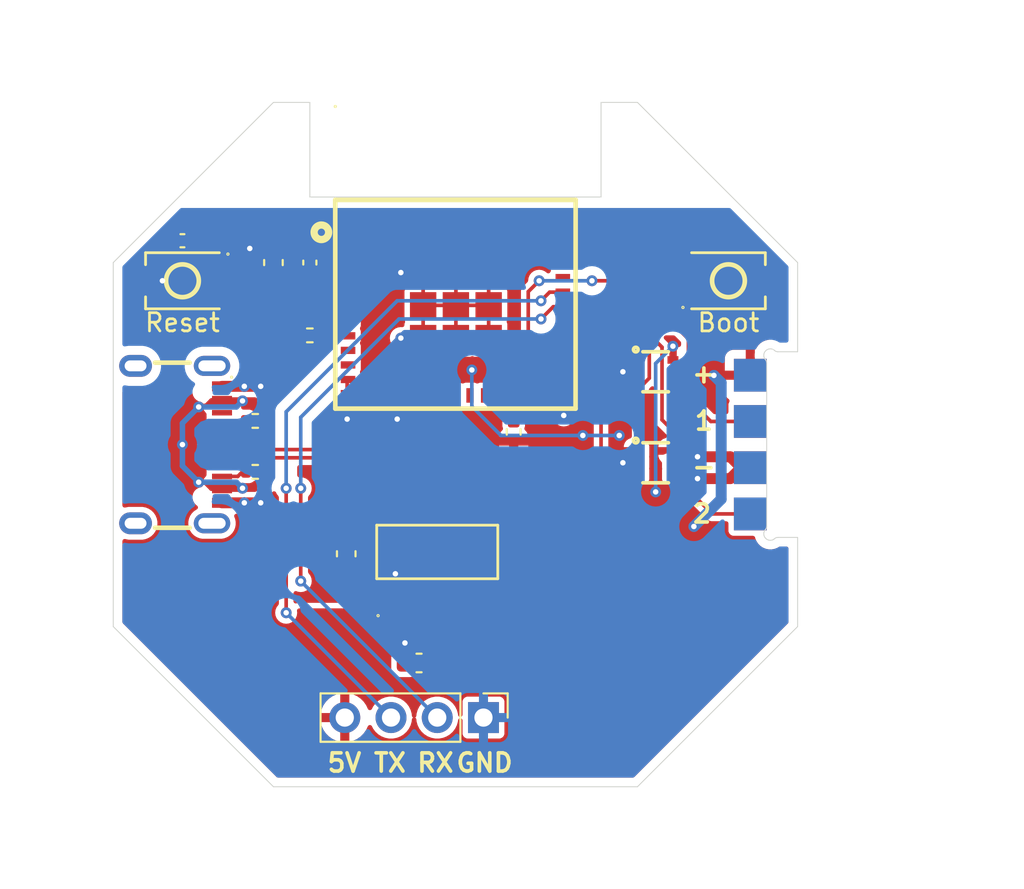
<source format=kicad_pcb>
(kicad_pcb (version 20240108) (generator "pcbnew") (generator_version "8.0")
  (layers (0 "F.Cu" signal) (31 "B.Cu" signal) (34 "B.Paste" user) (35 "F.Paste" user) (36 "B.SilkS" user "B.Silkscreen") (37 "F.SilkS" user "F.Silkscreen") (38 "B.Mask" user) (39 "F.Mask" user) (44 "Edge.Cuts" user))
  (net 0 "")
  (net 1 "GND")
  (net 2 "+5V")
  (net 3 "EN")
  (net 5 "+3.3V")
  (net 6 "TX")
  (net 7 "RX")
  (net 8 "IO8")
  (net 9 "PWR_USB_CC1")
  (net 10 "PWR_USB_CC2")
  (net 11 "/DataTop1_5V")
  (net 12 "/DataTop2_5V")
  (net 13 "IO9")
  (net 16 "DIR1")
  (net 21 "/DataTop1_3V3")
  (net 23 "DIR2")
  (net 26 "USB_D+")
  (net 27 "/DataTop2_3V3")
  (net 33 "USB_D-")
  (footprint "CustomFootprints:BidirectionalLogicLevelConverter" (layer "F.Cu") (at 143.9 91 180)
    (property "Reference" "U5" (hide yes))
    (property "Value" "BidirectionalLogicLevelShifter")
    (fp_line (start -0.7 1.1) (end 0.7 1.1) (stroke (width 0.2)) (layer "F.SilkS"))
    (fp_line (start -0.7 -1.1) (end 0.7 -1.1) (stroke (width 0.2)) (layer "F.SilkS"))
    (fp_arc (start 1.093472 1.094209) (mid 1.092182 1.344189) (end 1.090972 1.094209) (stroke (width 0.2)) (layer "F.SilkS"))
    (fp_circle (center 1.053442 1.099924) (end 1.083439 1.099924) (stroke (width 0.059995)) (fill none) (layer "F.SilkS"))
    (pad "1" smd rect (at 0.949962 0.649987 270) (size 0.41999 0.6) (layers "F.Cu" "F.Paste" "F.Mask") (net 5 "+3.3V"))
    (pad "2" smd rect (at 0.949962 0 270) (size 0.41999 0.6) (layers "F.Cu" "F.Paste" "F.Mask") (net 1 "GND"))
    (pad "3" smd rect (at 0.949962 -0.649987 270) (size 0.41999 0.6) (layers "F.Cu" "F.Paste" "F.Mask") (net 21 "/DataTop1_3V3"))
    (pad "4" smd rect (at -0.949962 -0.649987 90) (size 0.41999 0.6) (layers "F.Cu" "F.Paste" "F.Mask") (net 11 "/DataTop1_5V"))
    (pad "5" smd rect (at -0.949962 0 90) (size 0.41999 0.6) (layers "F.Cu" "F.Paste" "F.Mask") (net 16 "DIR1"))
    (pad "6" smd rect (at -0.949962 0.649987 90) (size 0.41999 0.6) (layers "F.Cu" "F.Paste" "F.Mask") (net 2 "+5V"))
  )
  (footprint "Capacitor_SMD:C_0603_1608Metric" (layer "F.Cu") (at 126.9 96 -90)
    (property "Reference" "C5" (hide yes))
    (property "Value" "10uF")
    (fp_line (start -0.14058 0.51) (end 0.14058 0.51) (stroke (width 0.12)) (layer "F.SilkS"))
    (fp_line (start -0.14058 -0.51) (end 0.14058 -0.51) (stroke (width 0.12)) (layer "F.SilkS"))
    (pad "1" smd roundrect (at -0.775 0 270) (size 0.9 0.95) (layers "F.Cu" "F.Paste" "F.Mask") (net 5 "+3.3V"))
    (pad "2" smd roundrect (at 0.775 0 270) (size 0.9 0.95) (layers "F.Cu" "F.Paste" "F.Mask") (net 1 "GND"))
  )
  (footprint "Capacitor_SMD:C_0603_1608Metric" (layer "F.Cu") (at 122.9 80 90)
    (property "Reference" "C2" (hide yes))
    (property "Value" "10uF")
    (fp_line (start -0.14058 -0.51) (end 0.14058 -0.51) (stroke (width 0.12)) (layer "F.SilkS"))
    (fp_line (start -0.14058 0.51) (end 0.14058 0.51) (stroke (width 0.12)) (layer "F.SilkS"))
    (pad "1" smd roundrect (at -0.775 0 90) (size 0.9 0.95) (layers "F.Cu" "F.Paste" "F.Mask") (net 5 "+3.3V"))
    (pad "2" smd roundrect (at 0.775 0 90) (size 0.9 0.95) (layers "F.Cu" "F.Paste" "F.Mask") (net 1 "GND"))
  )
  (footprint "Capacitor_SMD:C_0603_1608Metric" (layer "F.Cu") (at 130.9 102)
    (property "Reference" "C4" (hide yes))
    (property "Value" "10uF")
    (fp_line (start -0.14058 -0.51) (end 0.14058 -0.51) (stroke (width 0.12)) (layer "F.SilkS"))
    (fp_line (start -0.14058 0.51) (end 0.14058 0.51) (stroke (width 0.12)) (layer "F.SilkS"))
    (pad "1" smd roundrect (at -0.775 0) (size 0.9 0.95) (layers "F.Cu" "F.Paste" "F.Mask") (net 1 "GND"))
    (pad "2" smd roundrect (at 0.775 0) (size 0.9 0.95) (layers "F.Cu" "F.Paste" "F.Mask") (net 2 "+5V"))
  )
  (footprint "CustomFootprints:VoltageRegulator" (layer "F.Cu") (at 131.9 96 -90)
    (property "Reference" "U6" (hide yes))
    (property "Value" "LinearVoltageRegulator")
    (fp_line (start -1.571425 3.326213) (end -1.571425 -3.326213) (stroke (width 0.1524)) (layer "F.SilkS"))
    (fp_line (start 1.371374 3.326213) (end -1.571425 3.326213) (stroke (width 0.1524)) (layer "F.SilkS"))
    (fp_line (start -1.571425 -3.326213) (end 1.371374 -3.326213) (stroke (width 0.1524)) (layer "F.SilkS"))
    (fp_line (start 1.371374 -3.326213) (end 1.371374 3.326213) (stroke (width 0.1524)) (layer "F.SilkS"))
    (fp_circle (center 3.400102 3.249936) (end 3.430074 3.249936) (stroke (width 0.059995)) (fill none) (layer "F.SilkS"))
    (pad "1" smd rect (at 2.969952 2.299975 270) (size 2.5 1.1) (layers "F.Cu" "F.Paste" "F.Mask") (net 1 "GND"))
    (pad "2" smd rect (at 2.969952 0 270) (size 2.5 1.1) (layers "F.Cu" "F.Paste" "F.Mask") (net 5 "+3.3V"))
    (pad "3" smd rect (at 2.969952 -2.299975 270) (size 2.5 1.1) (layers "F.Cu" "F.Paste" "F.Mask") (net 2 "+5V"))
    (pad "4" smd rect (at -2.969977 0 270) (size 2.340005 3.6) (layers "F.Cu" "F.Paste" "F.Mask") (net 5 "+3.3V"))
  )
  (footprint "Resistor_SMD:R_0402_1005Metric" (layer "F.Cu") (at 121.9 91.5 180)
    (property "Reference" "R4" (hide yes))
    (property "Value" "5k1")
    (fp_line (start -0.153641 0.38) (end 0.153641 0.38) (stroke (width 0.12)) (layer "F.SilkS"))
    (fp_line (start -0.153641 -0.38) (end 0.153641 -0.38) (stroke (width 0.12)) (layer "F.SilkS"))
    (pad "1" smd roundrect (at -0.51 0 180) (size 0.54 0.64) (layers "F.Cu" "F.Paste" "F.Mask") (net 1 "GND"))
    (pad "2" smd roundrect (at 0.51 0 180) (size 0.54 0.64) (layers "F.Cu" "F.Paste" "F.Mask") (net 10 "PWR_USB_CC2"))
  )
  (footprint "CustomFootprints:01x04_PinPads" (layer "F.Cu") (at 149.1 90 -90)
    (property "Reference" "U9" (hide yes))
    (property "Value" "PinHeaderRight")
    (pad "" smd rect (at -3.81 0 270) (size 1.8 1.8) (layers "B.Cu" "B.Paste" "B.Mask"))
    (pad "" smd rect (at -1.27 0 270) (size 1.8 1.8) (layers "B.Cu" "B.Paste" "B.Mask"))
    (pad "" smd rect (at 1.27 0 270) (size 1.8 1.8) (layers "B.Cu" "B.Paste" "B.Mask"))
    (pad "" smd rect (at 3.81 0 270) (size 1.8 1.8) (layers "B.Cu" "B.Paste" "B.Mask"))
    (pad "1" smd rect (at -3.810008 0 270) (size 1.8 1.8) (layers "F.Cu" "F.Paste" "F.Mask") (net 2 "+5V"))
    (pad "2" smd rect (at -1.270003 0 270) (size 1.8 1.8) (layers "F.Cu" "F.Paste" "F.Mask") (net 12 "/DataTop2_5V"))
    (pad "3" smd rect (at 1.270003 0 270) (size 1.8 1.8) (layers "F.Cu" "F.Paste" "F.Mask") (net 1 "GND"))
    (pad "4" smd rect (at 3.810008 0 270) (size 1.8 1.8) (layers "F.Cu" "F.Paste" "F.Mask") (net 11 "/DataTop1_5V"))
  )
  (footprint "CustomFootprints:USB-C-SMD_TYPE-C-6PIN-2MD-073" (layer "F.Cu") (at 117.7 90 -90)
    (property "Reference" "U7" (hide yes))
    (property "Value" "USB-TypeC")
    (fp_line (start -4.5 1.3) (end -4.499924 -0.593904) (stroke (width 0.254)) (layer "F.SilkS"))
    (fp_line (start 4.572085 1.3) (end 4.572085 -0.597003) (stroke (width 0.254)) (layer "F.SilkS"))
    (fp_circle (center -3.7 -2.9) (end -3.670028 -2.9) (stroke (width 0.059995)) (fill none) (layer "F.SilkS"))
    (pad "" np_thru_hole circle (at -2.889891 -1.304928 270) (size 0.700025 0.700025) (drill 0.700025) (layers "*.Cu" "*.Mask" "In1.Cu" "In2.Cu" "In3.Cu" "In4.Cu" "In5.Cu" "In6.Cu" "In7.Cu" "In8.Cu" "In9.Cu" "In10.Cu" "In11.Cu" "In12.Cu" "In13.Cu" "In14.Cu" "In15.Cu" "In16.Cu" "In17.Cu" "In18.Cu" "In19.Cu" "In20.Cu" "In21.Cu" "In22.Cu" "In23.Cu" "In24.Cu" "In25.Cu" "In26.Cu" "In27.Cu" "In28.Cu" "In29.Cu" "In30.Cu"))
    (pad "" np_thru_hole circle (at 2.890145 -1.304928 270) (size 0.700025 0.700025) (drill 0.700025) (layers "*.Cu" "*.Mask" "In1.Cu" "In2.Cu" "In3.Cu" "In4.Cu" "In5.Cu" "In6.Cu" "In7.Cu" "In8.Cu" "In9.Cu" "In10.Cu" "In11.Cu" "In12.Cu" "In13.Cu" "In14.Cu" "In15.Cu" "In16.Cu" "In17.Cu" "In18.Cu" "In19.Cu" "In20.Cu" "In21.Cu" "In22.Cu" "In23.Cu" "In24.Cu" "In25.Cu" "In26.Cu" "In27.Cu" "In28.Cu" "In29.Cu" "In30.Cu"))
    (pad "1" smd rect (at -3.200025 -2.375032 270) (size 0.550013 1.1) (layers "F.Cu" "F.Paste" "F.Mask") (net 1 "GND"))
    (pad "2" smd rect (at -2.399924 -2.375032 270) (size 0.550013 1.1) (layers "F.Cu" "F.Paste" "F.Mask") (net 2 "+5V"))
    (pad "3" smd rect (at -1.749936 -2.375032 270) (size 0.3 1.1) (layers "F.Cu" "F.Paste" "F.Mask"))
    (pad "4" smd rect (at -1.249809 -2.375032 270) (size 0.3 1.1) (layers "F.Cu" "F.Paste" "F.Mask") (net 9 "PWR_USB_CC1"))
    (pad "5" smd rect (at -0.749936 -2.375032 270) (size 0.3 1.1) (layers "F.Cu" "F.Paste" "F.Mask") (net 33 "USB_D-"))
    (pad "6" smd rect (at -0.250064 -2.375032 270) (size 0.3 1.1) (layers "F.Cu" "F.Paste" "F.Mask") (net 26 "USB_D+"))
    (pad "7" smd rect (at 0.250064 -2.375032 270) (size 0.3 1.1) (layers "F.Cu" "F.Paste" "F.Mask") (net 33 "USB_D-"))
    (pad "8" smd rect (at 0.749936 -2.375032 270) (size 0.3 1.1) (layers "F.Cu" "F.Paste" "F.Mask") (net 26 "USB_D+"))
    (pad "9" smd rect (at 1.250064 -2.375032 270) (size 0.3 1.1) (layers "F.Cu" "F.Paste" "F.Mask"))
    (pad "10" smd rect (at 1.750191 -2.375032 270) (size 0.3 1.1) (layers "F.Cu" "F.Paste" "F.Mask") (net 10 "PWR_USB_CC2"))
    (pad "11" smd rect (at 2.400178 -2.375032 270) (size 0.550013 1.1) (layers "F.Cu" "F.Paste" "F.Mask") (net 2 "+5V"))
    (pad "12" smd rect (at 3.200025 -2.375032 270) (size 0.550013 1.1) (layers "F.Cu" "F.Paste" "F.Mask") (net 1 "GND"))
    (pad "13" thru_hole oval (at -4.324994 -1.825121 270) (size 1.1 2) (drill oval 0.6 1.5) (layers "*.Cu" "*.Mask" "In1.Cu" "In2.Cu" "In3.Cu" "In4.Cu" "In5.Cu" "In6.Cu" "In7.Cu" "In8.Cu" "In9.Cu" "In10.Cu" "In11.Cu" "In12.Cu" "In13.Cu" "In14.Cu" "In15.Cu" "In16.Cu" "In17.Cu" "In18.Cu" "In19.Cu" "In20.Cu" "In21.Cu" "In22.Cu" "In23.Cu" "In24.Cu" "In25.Cu" "In26.Cu" "In27.Cu" "In28.Cu" "In29.Cu" "In30.Cu"))
    (pad "13" thru_hole oval (at -4.324994 2.375032 270) (size 1.2 1.8) (drill oval 0.6 1.2) (layers "*.Cu" "*.Mask" "In1.Cu" "In2.Cu" "In3.Cu" "In4.Cu" "In5.Cu" "In6.Cu" "In7.Cu" "In8.Cu" "In9.Cu" "In10.Cu" "In11.Cu" "In12.Cu" "In13.Cu" "In14.Cu" "In15.Cu" "In16.Cu" "In17.Cu" "In18.Cu" "In19.Cu" "In20.Cu" "In21.Cu" "In22.Cu" "In23.Cu" "In24.Cu" "In25.Cu" "In26.Cu" "In27.Cu" "In28.Cu" "In29.Cu" "In30.Cu"))
    (pad "14" thru_hole oval (at 4.324994 -1.825121 270) (size 1.1 2) (drill oval 0.6 1.500025) (layers "*.Cu" "*.Mask" "In1.Cu" "In2.Cu" "In3.Cu" "In4.Cu" "In5.Cu" "In6.Cu" "In7.Cu" "In8.Cu" "In9.Cu" "In10.Cu" "In11.Cu" "In12.Cu" "In13.Cu" "In14.Cu" "In15.Cu" "In16.Cu" "In17.Cu" "In18.Cu" "In19.Cu" "In20.Cu" "In21.Cu" "In22.Cu" "In23.Cu" "In24.Cu" "In25.Cu" "In26.Cu" "In27.Cu" "In28.Cu" "In29.Cu" "In30.Cu"))
    (pad "14" thru_hole oval (at 4.324994 2.375032 270) (size 1.2 1.8) (drill oval 0.6 1.2) (layers "*.Cu" "*.Mask" "In1.Cu" "In2.Cu" "In3.Cu" "In4.Cu" "In5.Cu" "In6.Cu" "In7.Cu" "In8.Cu" "In9.Cu" "In10.Cu" "In11.Cu" "In12.Cu" "In13.Cu" "In14.Cu" "In15.Cu" "In16.Cu" "In17.Cu" "In18.Cu" "In19.Cu" "In20.Cu" "In21.Cu" "In22.Cu" "In23.Cu" "In24.Cu" "In25.Cu" "In26.Cu" "In27.Cu" "In28.Cu" "In29.Cu" "In30.Cu"))
  )
  (footprint "Resistor_SMD:R_0402_1005Metric" (layer "F.Cu") (at 136.1 89.3 -90)
    (property "Reference" "R2" (hide yes))
    (property "Value" "10k")
    (fp_line (start -0.153641 0.38) (end 0.153641 0.38) (stroke (width 0.12)) (layer "F.SilkS"))
    (fp_line (start -0.153641 -0.38) (end 0.153641 -0.38) (stroke (width 0.12)) (layer "F.SilkS"))
    (pad "1" smd roundrect (at -0.51 0 270) (size 0.54 0.64) (layers "F.Cu" "F.Paste" "F.Mask") (net 8 "IO8"))
    (pad "2" smd roundrect (at 0.51 0 270) (size 0.54 0.64) (layers "F.Cu" "F.Paste" "F.Mask") (net 5 "+3.3V"))
  )
  (footprint "PCM_kikit:Tab" (layer "F.Cu") (at 117.9 105 45)
    (property "Reference" "REF**" (hide yes))
    (property "Value" "Tab")
  )
  (footprint "CustomFootprints:BidirectionalLogicLevelConverter" (layer "F.Cu") (at 143.9 86 180)
    (property "Reference" "U8" (hide yes))
    (property "Value" "BidirectionalLogicLevelShifter")
    (fp_line (start -0.7 1.1) (end 0.7 1.1) (stroke (width 0.2)) (layer "F.SilkS"))
    (fp_line (start -0.7 -1.1) (end 0.7 -1.1) (stroke (width 0.2)) (layer "F.SilkS"))
    (fp_arc (start 1.093472 1.094209) (mid 1.092182 1.344189) (end 1.090972 1.094209) (stroke (width 0.2)) (layer "F.SilkS"))
    (fp_circle (center 1.053442 1.099924) (end 1.083439 1.099924) (stroke (width 0.059995)) (fill none) (layer "F.SilkS"))
    (pad "1" smd rect (at 0.949962 0.649987 270) (size 0.41999 0.6) (layers "F.Cu" "F.Paste" "F.Mask") (net 5 "+3.3V"))
    (pad "2" smd rect (at 0.949962 0 270) (size 0.41999 0.6) (layers "F.Cu" "F.Paste" "F.Mask") (net 1 "GND"))
    (pad "3" smd rect (at 0.949962 -0.649987 270) (size 0.41999 0.6) (layers "F.Cu" "F.Paste" "F.Mask") (net 27 "/DataTop2_3V3"))
    (pad "4" smd rect (at -0.949962 -0.649987 90) (size 0.41999 0.6) (layers "F.Cu" "F.Paste" "F.Mask") (net 12 "/DataTop2_5V"))
    (pad "5" smd rect (at -0.949962 0 90) (size 0.41999 0.6) (layers "F.Cu" "F.Paste" "F.Mask") (net 23 "DIR2"))
    (pad "6" smd rect (at -0.949962 0.649987 90) (size 0.41999 0.6) (layers "F.Cu" "F.Paste" "F.Mask") (net 2 "+5V"))
  )
  (footprint "PCM_kikit:Tab" (layer "F.Cu") (at 147.9 105 135)
    (property "Reference" "REF**" (hide yes))
    (property "Value" "Tab")
  )
  (footprint "Capacitor_SMD:C_0402_1005Metric" (layer "F.Cu") (at 124.9 80 90)
    (property "Reference" "C3" (hide yes))
    (property "Value" "10nF")
    (fp_line (start -0.107836 -0.36) (end 0.107836 -0.36) (stroke (width 0.12)) (layer "F.SilkS"))
    (fp_line (start -0.107836 0.36) (end 0.107836 0.36) (stroke (width 0.12)) (layer "F.SilkS"))
    (pad "1" smd roundrect (at -0.48 0 90) (size 0.56 0.62) (layers "F.Cu" "F.Paste" "F.Mask") (net 5 "+3.3V"))
    (pad "2" smd roundrect (at 0.48 0 90) (size 0.56 0.62) (layers "F.Cu" "F.Paste" "F.Mask") (net 1 "GND"))
  )
  (footprint "Resistor_SMD:R_0402_1005Metric" (layer "F.Cu") (at 124.9 84)
    (property "Reference" "R1" (hide yes))
    (property "Value" "10k")
    (fp_line (start -0.153641 -0.38) (end 0.153641 -0.38) (stroke (width 0.12)) (layer "F.SilkS"))
    (fp_line (start -0.153641 0.38) (end 0.153641 0.38) (stroke (width 0.12)) (layer "F.SilkS"))
    (pad "1" smd roundrect (at -0.51 0) (size 0.54 0.64) (layers "F.Cu" "F.Paste" "F.Mask") (net 5 "+3.3V"))
    (pad "2" smd roundrect (at 0.51 0) (size 0.54 0.64) (layers "F.Cu" "F.Paste" "F.Mask") (net 3 "EN"))
  )
  (footprint "CustomFootprints:Button" (layer "F.Cu") (at 117.9 81)
    (property "Reference" "U2" (hide yes))
    (property "Value" "Tactile-Switch")
    (fp_line (start -2.026213 -1.541199) (end -2.026213 -0.883211) (stroke (width 0.1524)) (layer "F.SilkS"))
    (fp_line (start -2.026213 1.541199) (end -2.026213 0.883211) (stroke (width 0.1524)) (layer "F.SilkS"))
    (fp_line (start 2.026213 -1.541199) (end -2.026213 -1.541199) (stroke (width 0.1524)) (layer "F.SilkS"))
    (fp_line (start 2.026213 1.541199) (end -2.026213 1.541199) (stroke (width 0.1524)) (layer "F.SilkS"))
    (fp_circle (center -0.000025 -0.000025) (end 0.899975 -0.000025) (stroke (width 0.254)) (fill none) (layer "F.SilkS"))
    (fp_circle (center 2.500127 -1.465075) (end 2.530099 -1.465075) (stroke (width 0.059995)) (fill none) (layer "F.SilkS"))
    (pad "1" smd rect (at -2.184912 0) (size 1.229997 1.359995) (layers "F.Cu" "F.Paste" "F.Mask") (net 1 "GND"))
    (pad "2" smd rect (at 2.184912 0) (size 1.229997 1.359995) (layers "F.Cu" "F.Paste" "F.Mask") (net 3 "EN"))
  )
  (footprint "PCM_kikit:Tab" (layer "F.Cu") (at 117.9 75 -45)
    (property "Reference" "REF**" (hide yes))
    (property "Value" "Tab")
  )
  (footprint "Capacitor_SMD:C_0402_1005Metric" (layer "F.Cu") (at 117.9 78.8 180)
    (property "Reference" "C1" (hide yes))
    (property "Value" "100nF-Ceramic")
    (fp_line (start -0.107836 0.36) (end 0.107836 0.36) (stroke (width 0.12)) (layer "F.SilkS"))
    (fp_line (start -0.107836 -0.36) (end 0.107836 -0.36) (stroke (width 0.12)) (layer "F.SilkS"))
    (pad "1" smd roundrect (at -0.48 0 180) (size 0.56 0.62) (layers "F.Cu" "F.Paste" "F.Mask") (net 3 "EN"))
    (pad "2" smd roundrect (at 0.48 0 180) (size 0.56 0.62) (layers "F.Cu" "F.Paste" "F.Mask") (net 1 "GND"))
  )
  (footprint "PCM_kikit:Tab" (layer "F.Cu") (at 147.9 75 -135)
    (property "Reference" "REF**" (hide yes))
    (property "Value" "Tab")
  )
  (footprint "CustomFootprints:ESP32C6-Mini-1-N4" (layer "F.Cu") (at 132.899898 82.399924)
    (property "Reference" "U4" (hide yes))
    (property "Value" "ESP32-C6-MINI-1-N4")
    (fp_line (start -6.604013 -5.841986) (end -6.600102 5.624841) (stroke (width 0.254)) (layer "F.SilkS"))
    (fp_line (start -6.604013 -5.841986) (end 6.604013 -5.841986) (stroke (width 0.254)) (layer "F.SilkS"))
    (fp_line (start -6.600102 5.624841) (end 6.600051 5.624841) (stroke (width 0.254)) (layer "F.SilkS"))
    (fp_line (start 6.600051 5.624841) (end 6.604013 -5.841986) (stroke (width 0.254)) (layer "F.SilkS"))
    (fp_circle (center -7.365913 -4.064008) (end -7.166015 -4.064008) (stroke (width 0.4)) (fill none) (layer "F.SilkS"))
    (fp_circle (center -6.600102 -10.975108) (end -6.57013 -10.975108) (stroke (width 0.059995)) (fill none) (layer "F.SilkS"))
    (pad "1" smd rect (at -5.900076 -3.975108) (size 0.8 0.4) (layers "F.Cu" "F.Paste" "F.Mask") (net 1 "GND"))
    (pad "2" smd rect (at -5.900076 -3.175006) (size 0.8 0.4) (layers "F.Cu" "F.Paste" "F.Mask") (net 1 "GND"))
    (pad "3" smd rect (at -5.900076 -2.374905) (size 0.8 0.4) (layers "F.Cu" "F.Paste" "F.Mask") (net 5 "+3.3V"))
    (pad "4" smd rect (at -5.900076 -1.575057) (size 0.8 0.4) (layers "F.Cu" "F.Paste" "F.Mask"))
    (pad "5" smd rect (at -5.900076 -0.774956) (size 0.8 0.4) (layers "F.Cu" "F.Paste" "F.Mask"))
    (pad "6" smd rect (at -5.900076 0.024892) (size 0.8 0.4) (layers "F.Cu" "F.Paste" "F.Mask"))
    (pad "7" smd rect (at -5.900076 0.824994) (size 0.8 0.4) (layers "F.Cu" "F.Paste" "F.Mask"))
    (pad "8" smd rect (at -5.900076 1.625095) (size 0.8 0.4) (layers "F.Cu" "F.Paste" "F.Mask") (net 3 "EN"))
    (pad "9" smd rect (at -5.900076 2.424943) (size 0.8 0.4) (layers "F.Cu" "F.Paste" "F.Mask"))
    (pad "10" smd rect (at -5.900076 3.225044) (size 0.8 0.4) (layers "F.Cu" "F.Paste" "F.Mask"))
    (pad "11" smd rect (at -5.900076 4.025146) (size 0.8 0.4) (layers "F.Cu" "F.Paste" "F.Mask") (net 1 "GND"))
    (pad "12" smd rect (at -4.8 4.899924 270) (size 0.8 0.4) (layers "F.Cu" "F.Paste" "F.Mask"))
    (pad "13" smd rect (at -4.000152 4.899924 270) (size 0.8 0.4) (layers "F.Cu" "F.Paste" "F.Mask"))
    (pad "14" smd rect (at -3.200051 4.899924 270) (size 0.8 0.4) (layers "F.Cu" "F.Paste" "F.Mask") (net 1 "GND"))
    (pad "15" smd rect (at -2.399949 4.899924 270) (size 0.8 0.4) (layers "F.Cu" "F.Paste" "F.Mask"))
    (pad "16" smd rect (at -1.600102 4.899924 270) (size 0.8 0.4) (layers "F.Cu" "F.Paste" "F.Mask"))
    (pad "17" smd rect (at -0.8 4.899924 270) (size 0.8 0.4) (layers "F.Cu" "F.Paste" "F.Mask") (net 33 "USB_D-"))
    (pad "18" smd rect (at -0.000152 4.899924 270) (size 0.8 0.4) (layers "F.Cu" "F.Paste" "F.Mask") (net 26 "USB_D+"))
    (pad "19" smd rect (at 0.799949 4.899924 270) (size 0.8 0.4) (layers "F.Cu" "F.Paste" "F.Mask"))
    (pad "20" smd rect (at 1.600051 4.899924 270) (size 0.8 0.4) (layers "F.Cu" "F.Paste" "F.Mask"))
    (pad "21" smd rect (at 2.399898 4.899924 270) (size 0.8 0.4) (layers "F.Cu" "F.Paste" "F.Mask"))
    (pad "22" smd rect (at 3.2 4.899924 270) (size 0.8 0.4) (layers "F.Cu" "F.Paste" "F.Mask") (net 8 "IO8"))
    (pad "23" smd rect (at 4.000102 4.899924 270) (size 0.8 0.4) (layers "F.Cu" "F.Paste" "F.Mask") (net 13 "IO9"))
    (pad "24" smd rect (at 4.799949 4.899924 270) (size 0.8 0.4) (layers "F.Cu" "F.Paste" "F.Mask"))
    (pad "25" smd rect (at 5.900025 4.025146) (size 0.8 0.4) (layers "F.Cu" "F.Paste" "F.Mask"))
    (pad "26" smd rect (at 5.900025 3.225044) (size 0.8 0.4) (layers "F.Cu" "F.Paste" "F.Mask") (net 21 "/DataTop1_3V3"))
    (pad "27" smd rect (at 5.900025 2.424943) (size 0.8 0.4) (layers "F.Cu" "F.Paste" "F.Mask") (net 27 "/DataTop2_3V3"))
    (pad "28" smd rect (at 5.900025 1.625095) (size 0.8 0.4) (layers "F.Cu" "F.Paste" "F.Mask") (net 16 "DIR1"))
    (pad "29" smd rect (at 5.900025 0.824994) (size 0.8 0.4) (layers "F.Cu" "F.Paste" "F.Mask") (net 23 "DIR2"))
    (pad "30" smd rect (at 5.900025 0.025146) (size 0.8 0.4) (layers "F.Cu" "F.Paste" "F.Mask") (net 7 "RX"))
    (pad "31" smd rect (at 5.900025 -0.774956) (size 0.8 0.4) (layers "F.Cu" "F.Paste" "F.Mask") (net 6 "TX"))
    (pad "32" smd rect (at 5.900025 -1.575057) (size 0.8 0.4) (layers "F.Cu" "F.Paste" "F.Mask"))
    (pad "33" smd rect (at 5.900025 -2.374905) (size 0.8 0.4) (layers "F.Cu" "F.Paste" "F.Mask"))
    (pad "34" smd rect (at 5.900025 -3.175006) (size 0.8 0.4) (layers "F.Cu" "F.Paste" "F.Mask"))
    (pad "35" smd rect (at 5.900025 -3.975108) (size 0.8 0.4) (layers "F.Cu" "F.Paste" "F.Mask"))
    (pad "36" smd rect (at 4.799949 -4.899924 270) (size 0.8 0.4) (layers "F.Cu" "F.Paste" "F.Mask") (net 1 "GND"))
    (pad "37" smd rect (at 4.000102 -4.899924 270) (size 0.8 0.4) (layers "F.Cu" "F.Paste" "F.Mask") (net 1 "GND"))
    (pad "38" smd rect (at 3.2 -4.899924 270) (size 0.8 0.4) (layers "F.Cu" "F.Paste" "F.Mask") (net 1 "GND"))
    (pad "39" smd rect (at 2.399898 -4.899924 270) (size 0.8 0.4) (layers "F.Cu" "F.Paste" "F.Mask") (net 1 "GND"))
    (pad "40" smd rect (at 1.600051 -4.899924 270) (size 0.8 0.4) (layers "F.Cu" "F.Paste" "F.Mask") (net 1 "GND"))
    (pad "41" smd rect (at 0.799949 -4.899924 270) (size 0.8 0.4) (layers "F.Cu" "F.Paste" "F.Mask") (net 1 "GND"))
    (pad "42" smd rect (at 0.000102 -4.899924 270) (size 0.8 0.4) (layers "F.Cu" "F.Paste" "F.Mask") (net 1 "GND"))
    (pad "43" smd rect (at -0.8 -4.899924 270) (size 0.8 0.4) (layers "F.Cu" "F.Paste" "F.Mask") (net 1 "GND"))
    (pad "44" smd rect (at -1.600102 -4.899924 270) (size 0.8 0.4) (layers "F.Cu" "F.Paste" "F.Mask") (net 1 "GND"))
    (pad "45" smd rect (at -2.399949 -4.899924 270) (size 0.8 0.4) (layers "F.Cu" "F.Paste" "F.Mask") (net 1 "GND"))
    (pad "46" smd rect (at -3.200051 -4.899924 270) (size 0.8 0.4) (layers "F.Cu" "F.Paste" "F.Mask") (net 1 "GND"))
    (pad "47" smd rect (at -3.999898 -4.899924 270) (size 0.8 0.4) (layers "F.Cu" "F.Paste" "F.Mask") (net 1 "GND"))
    (pad "48" smd rect (at -4.8 -4.899924 270) (size 0.8 0.4) (layers "F.Cu" "F.Paste" "F.Mask") (net 1 "GND"))
    (pad "49" smd rect (at -1.775108 -1.85014) (size 1.450013 1.450013) (layers "F.Cu" "F.Paste" "F.Mask") (net 1 "GND"))
    (pad "49" smd rect (at -1.775108 -0.050038) (size 1.450013 1.450013) (layers "F.Cu" "F.Paste" "F.Mask") (net 1 "GND"))
    (pad "49" smd rect (at -1.775108 1.749809) (size 1.450013 1.450013) (layers "F.Cu" "F.Paste" "F.Mask") (net 1 "GND"))
    (pad "49" smd rect (at 0.024994 -1.85014) (size 1.450013 1.450013) (layers "F.Cu" "F.Paste" "F.Mask") (net 1 "GND"))
    (pad "49" smd rect (at 0.024994 -0.050038) (size 1.450013 1.450013) (layers "F.Cu" "F.Paste" "F.Mask") (net 1 "GND"))
    (pad "49" smd rect (at 0.024994 1.749809) (size 1.450013 1.450013) (layers "F.Cu" "F.Paste" "F.Mask") (net 1 "GND"))
    (pad "49" smd rect (at 1.824841 -1.85014) (size 1.450013 1.450013) (layers "F.Cu" "F.Paste" "F.Mask") (net 1 "GND"))
    (pad "49" smd rect (at 1.824841 -0.050038) (size 1.450013 1.450013) (layers "F.Cu" "F.Paste" "F.Mask") (net 1 "GND"))
    (pad "49" smd rect (at 1.824841 1.749809) (size 1.450013 1.450013) (layers "F.Cu" "F.Paste" "F.Mask") (net 1 "GND"))
    (pad "50" smd rect (at 5.950064 -4.949962) (size 0.7 0.7) (layers "F.Cu" "F.Paste" "F.Mask") (net 1 "GND"))
    (pad "51" smd rect (at 5.950064 4.949962) (size 0.7 0.7) (layers "F.Cu" "F.Paste" "F.Mask") (net 1 "GND"))
    (pad "52" smd rect (at -5.950114 4.949962) (size 0.7 0.7) (layers "F.Cu" "F.Paste" "F.Mask") (net 1 "GND"))
    (pad "53" smd rect (at -5.950114 -4.949962) (size 0.7 0.7) (layers "F.Cu" "F.Paste" "F.Mask") (net 1 "GND"))
  )
  (footprint "Resistor_SMD:R_0402_1005Metric" (layer "F.Cu") (at 121.9 88.7 180)
    (property "Reference" "R3" (hide yes))
    (property "Value" "5k1")
    (fp_line (start -0.153641 0.38) (end 0.153641 0.38) (stroke (width 0.12)) (layer "F.SilkS"))
    (fp_line (start -0.153641 -0.38) (end 0.153641 -0.38) (stroke (width 0.12)) (layer "F.SilkS"))
    (pad "1" smd roundrect (at -0.51 0 180) (size 0.54 0.64) (layers "F.Cu" "F.Paste" "F.Mask") (net 1 "GND"))
    (pad "2" smd roundrect (at 0.51 0 180) (size 0.54 0.64) (layers "F.Cu" "F.Paste" "F.Mask") (net 9 "PWR_USB_CC1"))
  )
  (footprint "CustomFootprints:Button" (layer "F.Cu") (at 147.9 81 180)
    (property "Reference" "U3" (hide yes))
    (property "Value" "Tactile-Switch")
    (fp_line (start 2.026213 1.541199) (end -2.026213 1.541199) (stroke (width 0.1524)) (layer "F.SilkS"))
    (fp_line (start 2.026213 -1.541199) (end -2.026213 -1.541199) (stroke (width 0.1524)) (layer "F.SilkS"))
    (fp_line (start -2.026213 1.541199) (end -2.026213 0.883211) (stroke (width 0.1524)) (layer "F.SilkS"))
    (fp_line (start -2.026213 -1.541199) (end -2.026213 -0.883211) (stroke (width 0.1524)) (layer "F.SilkS"))
    (fp_circle (center 2.500127 -1.465075) (end 2.530099 -1.465075) (stroke (width 0.059995)) (fill none) (layer "F.SilkS"))
    (fp_circle (center -0.000025 -0.000025) (end 0.899975 -0.000025) (stroke (width 0.254)) (fill none) (layer "F.SilkS"))
    (pad "1" smd rect (at -2.184912 0 180) (size 1.229997 1.359995) (layers "F.Cu" "F.Paste" "F.Mask") (net 1 "GND"))
    (pad "2" smd rect (at 2.184912 0 180) (size 1.229997 1.359995) (layers "F.Cu" "F.Paste" "F.Mask") (net 13 "IO9"))
  )
  (footprint "Connector_PinHeader_2.54mm:PinHeader_1x04_P2.54mm_Vertical" (layer "F.Cu") (at 134.44 105 -90)
    (property "Reference" "J1" (hide yes))
    (property "Value" "Conn_01x03")
    (fp_line (start -1.33 8.95) (end 1.33 8.95) (stroke (width 0.12)) (layer "F.SilkS"))
    (fp_line (start -1.33 1.27) (end -1.33 8.95) (stroke (width 0.12)) (layer "F.SilkS"))
    (fp_line (start -1.33 1.27) (end 1.33 1.27) (stroke (width 0.12)) (layer "F.SilkS"))
    (fp_line (start 1.33 1.27) (end 1.33 8.95) (stroke (width 0.12)) (layer "F.SilkS"))
    (fp_line (start -1.33 0) (end -1.33 -1.33) (stroke (width 0.12)) (layer "F.SilkS"))
    (fp_line (start -1.33 -1.33) (end 0 -1.33) (stroke (width 0.12)) (layer "F.SilkS"))
    (pad "1" thru_hole rect (at 0 0 270) (size 1.7 1.7) (drill 1) (layers "*.Cu" "*.Mask" "In1.Cu" "In2.Cu" "In3.Cu" "In4.Cu" "In5.Cu" "In6.Cu" "In7.Cu" "In8.Cu" "In9.Cu" "In10.Cu" "In11.Cu" "In12.Cu" "In13.Cu" "In14.Cu" "In15.Cu" "In16.Cu" "In17.Cu" "In18.Cu" "In19.Cu" "In20.Cu" "In21.Cu" "In22.Cu" "In23.Cu" "In24.Cu" "In25.Cu" "In26.Cu" "In27.Cu" "In28.Cu" "In29.Cu" "In30.Cu") (net 1 "GND"))
    (pad "2" thru_hole oval (at 0 2.54 270) (size 1.7 1.7) (drill 1) (layers "*.Cu" "*.Mask" "In1.Cu" "In2.Cu" "In3.Cu" "In4.Cu" "In5.Cu" "In6.Cu" "In7.Cu" "In8.Cu" "In9.Cu" "In10.Cu" "In11.Cu" "In12.Cu" "In13.Cu" "In14.Cu" "In15.Cu" "In16.Cu" "In17.Cu" "In18.Cu" "In19.Cu" "In20.Cu" "In21.Cu" "In22.Cu" "In23.Cu" "In24.Cu" "In25.Cu" "In26.Cu" "In27.Cu" "In28.Cu" "In29.Cu" "In30.Cu") (net 7 "RX"))
    (pad "3" thru_hole oval (at 0 5.08 270) (size 1.7 1.7) (drill 1) (layers "*.Cu" "*.Mask" "In1.Cu" "In2.Cu" "In3.Cu" "In4.Cu" "In5.Cu" "In6.Cu" "In7.Cu" "In8.Cu" "In9.Cu" "In10.Cu" "In11.Cu" "In12.Cu" "In13.Cu" "In14.Cu" "In15.Cu" "In16.Cu" "In17.Cu" "In18.Cu" "In19.Cu" "In20.Cu" "In21.Cu" "In22.Cu" "In23.Cu" "In24.Cu" "In25.Cu" "In26.Cu" "In27.Cu" "In28.Cu" "In29.Cu" "In30.Cu") (net 6 "TX"))
    (pad "4" thru_hole oval (at 0 7.62 270) (size 1.7 1.7) (drill 1) (layers "*.Cu" "*.Mask" "In1.Cu" "In2.Cu" "In3.Cu" "In4.Cu" "In5.Cu" "In6.Cu" "In7.Cu" "In8.Cu" "In9.Cu" "In10.Cu" "In11.Cu" "In12.Cu" "In13.Cu" "In14.Cu" "In15.Cu" "In16.Cu" "In17.Cu" "In18.Cu" "In19.Cu" "In20.Cu" "In21.Cu" "In22.Cu" "In23.Cu" "In24.Cu" "In25.Cu" "In26.Cu" "In27.Cu" "In28.Cu" "In29.Cu" "In30.Cu") (net 2 "+5V"))
  )
  (gr_line (start 150.6 95.1) (end 151.7 95.1) (stroke (width 0.05)) (layer "Edge.Cuts"))
  (gr_line (start 124.9 76.4) (end 124.9 71.2) (stroke (width 0.05)) (layer "Edge.Cuts"))
  (gr_line (start 142.9 108.8) (end 122.9 108.8) (stroke (width 0.05)) (layer "Edge.Cuts"))
  (gr_line (start 122.9 71.2) (end 114.1 80) (stroke (width 0.05)) (layer "Edge.Cuts"))
  (gr_line (start 114.1 80) (end 114.1 100) (stroke (width 0.05)) (layer "Edge.Cuts"))
  (gr_line (start 151.7 84.9) (end 150.6 84.9) (stroke (width 0.05)) (layer "Edge.Cuts"))
  (gr_arc (start 150.4 95.2) (mid 150.490051 95.130101) (end 150.6 95.1) (stroke (width 0.05)) (layer "Edge.Cuts"))
  (gr_line (start 151.7 100) (end 151.7 95.1) (stroke (width 0.05)) (layer "Edge.Cuts"))
  (gr_line (start 142.9 108.8) (end 151.7 100) (stroke (width 0.05)) (layer "Edge.Cuts"))
  (gr_line (start 151.7 80) (end 151.7 84.9) (stroke (width 0.05)) (layer "Edge.Cuts"))
  (gr_line (start 122.9 71.2) (end 124.9 71.2) (stroke (width 0.05)) (layer "Edge.Cuts"))
  (gr_line (start 140.9 71.2) (end 140.9 76.4) (stroke (width 0.05)) (layer "Edge.Cuts"))
  (gr_line (start 140.9 76.4) (end 124.9 76.4) (stroke (width 0.05)) (layer "Edge.Cuts"))
  (gr_arc (start 149.9 85.3) (mid 149.969899 85.390051) (end 150 85.5) (stroke (width 0.05)) (layer "Edge.Cuts"))
  (gr_line (start 142.9 71.2) (end 140.9 71.2) (stroke (width 0.05)) (layer "Edge.Cuts"))
  (gr_line (start 151.7 80) (end 142.9 71.2) (stroke (width 0.05)) (layer "Edge.Cuts"))
  (gr_arc (start 150.4 95.2) (mid 149.946065 95.153935) (end 149.9 94.7) (stroke (width 0.05)) (layer "Edge.Cuts"))
  (gr_arc (start 150.6 84.9) (mid 150.490051 84.869897) (end 150.4 84.8) (stroke (width 0.05)) (layer "Edge.Cuts"))
  (gr_arc (start 150 94.5) (mid 149.969897 94.609949) (end 149.9 94.7) (stroke (width 0.05)) (layer "Edge.Cuts"))
  (gr_arc (start 149.9 85.3) (mid 149.946065 84.846065) (end 150.4 84.8) (stroke (width 0.05)) (layer "Edge.Cuts"))
  (gr_line (start 114.1 100) (end 122.9 108.8) (stroke (width 0.05)) (layer "Edge.Cuts"))
  (gr_line (start 150 85.5) (end 150 94.5) (stroke (width 0.05)) (layer "Edge.Cuts"))
  (gr_text "2" (at 146.45 93.8 0) (layer "F.SilkS") (effects (font (size 1 1) (thickness 0.2) (bold yes))))
  (gr_text "5V" (at 126.8 106.9 0) (layer "F.SilkS") (effects (font (size 1 1) (thickness 0.2) (bold yes)) (justify top)))
  (gr_text "-" (at 146.55 91.2 0) (layer "F.SilkS") (effects (font (size 1 1) (thickness 0.2) (bold yes))))
  (gr_text "Reset" (at 117.9 83.3 0) (layer "F.SilkS") (effects (font (size 1 1))))
  (gr_text "Boot" (at 147.9 83.3 0) (layer "F.SilkS") (effects (font (size 1 1))))
  (gr_text "GND" (at 134.5 106.9 0) (layer "F.SilkS") (effects (font (size 1 1) (thickness 0.2) (bold yes)) (justify top)))
  (gr_text "RX" (at 131.8 106.9 0) (layer "F.SilkS") (effects (font (size 1 1) (thickness 0.2) (bold yes)) (justify top)))
  (gr_text "+" (at 146.55 86.1 0) (layer "F.SilkS") (effects (font (size 1 1) (thickness 0.2) (bold yes))))
  (gr_text "TX" (at 129.3 106.9 0) (layer "F.SilkS") (effects (font (size 1 1) (thickness 0.2) (bold yes)) (justify top)))
  (gr_text "1" (at 146.55 88.7 0) (layer "F.SilkS") (effects (font (size 1 1) (thickness 0.2) (bold yes))))
  (segment (start 122.41 87.01) (end 122.41 88.5) (width 0.2) (layer "F.Cu") (net 1))
  (segment (start 129.9 84.149733) (end 131.12479 84.149733) (width 0.2) (layer "F.Cu") (net 1))
  (segment (start 148.6 91.270003) (end 148 90.670003) (width 0.6) (layer "F.Cu") (net 1))
  (segment (start 116.8 81) (end 117.42 80.38) (width 0.2) (layer "F.Cu") (net 1))
  (segment (start 132.924892 80.549784) (end 132.924892 84.149733) (width 0.2) (layer "F.Cu") (net 1))
  (segment (start 122.41 91.5) (end 122.41 92.99) (width 0.2) (layer "F.Cu") (net 1))
  (segment (start 126.949784 86.475108) (end 126.999822 86.42507) (width 0.2) (layer "F.Cu") (net 1))
  (segment (start 146.2 91.870003) (end 148 91.870003) (width 0.6) (layer "F.Cu") (net 1))
  (segment (start 150.084912 81) (end 146.534874 77.449962) (width 0.2) (layer "F.Cu") (net 1))
  (segment (start 137.824561 77.449962) (end 138.849962 77.449962) (width 0.2) (layer "F.Cu") (net 1))
  (segment (start 126.999822 79.224918) (end 125.195082 79.224918) (width 0.2) (layer "F.Cu") (net 1))
  (segment (start 142.950038 86) (end 142.1 86) (width 0.2) (layer "F.Cu") (net 1))
  (segment (start 122.41 92.99) (end 122.2 93.2) (width 0.2) (layer "F.Cu") (net 1))
  (segment (start 129.7 88.6) (end 129.699847 88.599847) (width 0.2) (layer "F.Cu") (net 1))
  (segment (start 121.299975 93.200025) (end 121.3 93.2) (width 0.6) (layer "F.Cu") (net 1))
  (segment (start 123.195 79.52) (end 122.9 79.225) (width 0.2) (layer "F.Cu") (net 1))
  (segment (start 122.2 86.8) (end 122.41 87.01) (width 0.2) (layer "F.Cu") (net 1))
  (segment (start 126.949784 77.449962) (end 138.849962 77.449962) (width 0.2) (layer "F.Cu") (net 1))
  (segment (start 129.600025 97.100025) (end 129.6 97.1) (width 0.6) (layer "F.Cu") (net 1))
  (segment (start 129.600025 98.969952) (end 129.600025 97.100025) (width 0.6) (layer "F.Cu") (net 1))
  (segment (start 126.999822 77.650038) (end 126.949784 77.6) (width 0.2) (layer "F.Cu") (net 1))
  (segment (start 131.12479 84.149733) (end 131.12479 80.549784) (width 0.2) (layer "F.Cu") (net 1))
  (segment (start 129.9 80.549784) (end 131.12479 80.549784) (width 0.2) (layer "F.Cu") (net 1))
  (segment (start 117.42 80.38) (end 117.42 78.8) (width 0.2) (layer "F.Cu") (net 1))
  (segment (start 148 90.670003) (end 146.2 90.670003) (width 0.6) (layer "F.Cu") (net 1))
  (segment (start 124.9 79.52) (end 123.195 79.52) (width 0.2) (layer "F.Cu") (net 1))
  (segment (start 122.2 86.8) (end 121.3 86.8) (width 0.6) (layer "F.Cu") (net 1))
  (segment (start 116.8 81) (end 115.715088 81) (width 0.2) (layer "F.Cu") (net 1))
  (segment (start 126.949784 87.349886) (end 126.949784 86.475108) (width 0.2) (layer "F.Cu") (net 1))
  (segment (start 121.3 93.2) (end 122.2 93.2) (width 0.6) (layer "F.Cu") (net 1))
  (segment (start 142.950038 91) (end 142.1 91) (width 0.2) (layer "F.Cu") (net 1))
  (segment (start 126.949784 88.6) (end 126.949784 87.349886) (width 0.2) (layer "F.Cu") (net 1))
  (segment (start 125.195082 79.224918) (end 124.9 79.52) (width 0.2) (layer "F.Cu") (net 1))
  (segment (start 131.12479 82.349886) (end 134.724739 82.349886) (width 0.2) (layer "F.Cu") (net 1))
  (segment (start 134.724739 80.549784) (end 134.724739 84.149733) (width 0.2) (layer "F.Cu") (net 1))
  (segment (start 121.6 79.225) (end 122.9 79.225) (width 0.2) (layer "F.Cu") (net 1))
  (segment (start 129.799924 79.224918) (end 131.12479 80.549784) (width 0.2) (layer "F.Cu") (net 1))
  (segment (start 120.075032 93.200025) (end 121.299975 93.200025) (width 0.6) (layer "F.Cu") (net 1))
  (segment (start 121.3 86.8) (end 121.299975 86.799975) (width 0.6) (layer "F.Cu") (net 1))
  (segment (start 129.094952 98.969952) (end 129.600025 98.969952) (width 0.2) (layer "F.Cu") (net 1))
  (segment (start 131.12479 80.549784) (end 134.724739 80.549784) (width 0.2) (layer "F.Cu") (net 1))
  (segment (start 121.299975 86.799975) (end 120.075032 86.799975) (width 0.6) (layer "F.Cu") (net 1))
  (segment (start 126.9 96.775) (end 129.094952 98.969952) (width 0.2) (layer "F.Cu") (net 1))
  (segment (start 126.999822 79.224918) (end 129.799924 79.224918) (width 0.2) (layer "F.Cu") (net 1))
  (segment (start 126.999822 79.224918) (end 126.999822 77.650038) (width 0.2) (layer "F.Cu") (net 1))
  (segment (start 148 91.870003) (end 148.6 91.270003) (width 0.6) (layer "F.Cu") (net 1))
  (segment (start 146.534874 77.449962) (end 138.849962 77.449962) (width 0.2) (layer "F.Cu") (net 1))
  (segment (start 129.699847 88.599847) (end 129.699847 87.299848) (width 0.2) (layer "F.Cu") (net 1))
  (segment (start 134.724739 80.549784) (end 137.824561 77.449962) (width 0.2) (layer "F.Cu") (net 1))
  (segment (start 130.125 100.9) (end 130.125 102) (width 0.2) (layer "F.Cu") (net 1))
  (segment (start 134.724739 84.149733) (end 131.12479 84.149733) (width 0.2) (layer "F.Cu") (net 1))
  (segment (start 138.849962 88.4) (end 138.849962 87.349886) (width 0.2) (layer "F.Cu") (net 1))
  (via (at 130.125 100.9) (size 0.6) (drill 0.3) (layers "F.Cu" "B.Cu") (net 1))
  (via (at 121.6 79.225) (size 0.6) (drill 0.3) (layers "F.Cu" "B.Cu") (net 1))
  (via (at 121.3 93.2) (size 0.6) (drill 0.3) (layers "F.Cu" "B.Cu") (net 1))
  (via (at 129.9 84.149733) (size 0.6) (drill 0.3) (layers "F.Cu" "B.Cu") (net 1))
  (via (at 116.8 81) (size 0.6) (drill 0.3) (layers "F.Cu" "B.Cu") (net 1))
  (via (at 122.2 93.2) (size 0.6) (drill 0.3) (layers "F.Cu" "B.Cu") (net 1))
  (via (at 146.2 91.870003) (size 0.6) (drill 0.3) (layers "F.Cu" "B.Cu") (net 1))
  (via (at 122.2 86.8) (size 0.6) (drill 0.3) (layers "F.Cu" "B.Cu") (net 1))
  (via (at 129.6 97.1) (size 0.6) (drill 0.3) (layers "F.Cu" "B.Cu") (net 1))
  (via (at 129.9 80.549784) (size 0.6) (drill 0.3) (layers "F.Cu" "B.Cu") (net 1))
  (via (at 142.1 86) (size 0.6) (drill 0.3) (layers "F.Cu" "B.Cu") (net 1))
  (via (at 142.1 91) (size 0.6) (drill 0.3) (layers "F.Cu" "B.Cu") (net 1))
  (via (at 138.849962 88.4) (size 0.6) (drill 0.3) (layers "F.Cu" "B.Cu") (net 1))
  (via (at 146.2 90.670003) (size 0.6) (drill 0.3) (layers "F.Cu" "B.Cu") (net 1))
  (via (at 121.3 86.8) (size 0.6) (drill 0.3) (layers "F.Cu" "B.Cu") (net 1))
  (via (at 126.949784 88.6) (size 0.6) (drill 0.3) (layers "F.Cu" "B.Cu") (net 1))
  (via (at 129.7 88.6) (size 0.6) (drill 0.3) (layers "F.Cu" "B.Cu") (net 1))
  (segment (start 119.504929 87.600076) (end 119.205005 87.9) (width 0.3) (layer "F.Cu") (net 2))
  (segment (start 119.205005 87.9) (end 118.8 87.9) (width 0.3) (layer "F.Cu") (net 2))
  (segment (start 120.075032 87.600076) (end 119.504929 87.600076) (width 0.3) (layer "F.Cu") (net 2))
  (segment (start 119.172105 92.067354) (end 118.791533 92.067354) (width 0.3) (layer "F.Cu") (net 2))
  (segment (start 120.075032 92.400178) (end 119.504929 92.400178) (width 0.3) (layer "F.Cu") (net 2))
  (segment (start 120.075032 92.400178) (end 121.199822 92.400178) (width 0.3) (layer "F.Cu") (net 2))
  (segment (start 119.504929 92.400178) (end 119.172105 92.067354) (width 0.3) (layer "F.Cu") (net 2))
  (segment (start 120.075032 87.600076) (end 121.199924 87.600076) (width 0.3) (layer "F.Cu") (net 2))
  (segment (start 144.849962 84.598145) (end 144.847502 84.595685) (width 0.2) (layer "F.Cu") (net 2))
  (segment (start 144.849962 85.350013) (end 144.849962 84.598145) (width 0.2) (layer "F.Cu") (net 2))
  (segment (start 121.199822 92.400178) (end 121.2 92.4) (width 0.3) (layer "F.Cu") (net 2))
  (segment (start 121.199924 87.600076) (end 121.2 87.6) (width 0.3) (layer "F.Cu") (net 2))
  (via (at 117.9 90) (size 0.6) (drill 0.3) (layers "F.Cu" "B.Cu") (net 2))
  (via (at 147.1 86.2) (size 0.6) (drill 0.3) (layers "F.Cu" "B.Cu") (net 2))
  (via (at 146 94.5) (size 0.6) (drill 0.3) (layers "F.Cu" "B.Cu") (net 2))
  (via (at 121.2 92.4) (size 0.6) (drill 0.3) (layers "F.Cu" "B.Cu") (net 2))
  (via (at 118.791533 92.067354) (size 0.6) (drill 0.3) (layers "F.Cu" "B.Cu") (net 2))
  (via (at 144.847502 84.595685) (size 0.6) (drill 0.3) (layers "F.Cu" "B.Cu") (net 2))
  (via (at 143.9 92.6) (size 0.6) (drill 0.3) (layers "F.Cu" "B.Cu") (net 2))
  (via (at 121.2 87.6) (size 0.6) (drill 0.3) (layers "F.Cu" "B.Cu") (net 2))
  (via (at 118.791469 87.932884) (size 0.6) (drill 0.3) (layers "F.Cu" "B.Cu") (net 2))
  (segment (start 118.791469 87.932884) (end 117.9 88.824353) (width 0.3) (layer "B.Cu") (net 2))
  (segment (start 117.9 91.175821) (end 118.791533 92.067354) (width 0.3) (layer "B.Cu") (net 2))
  (segment (start 117.9 90) (end 117.9 91.175821) (width 0.3) (layer "B.Cu") (net 2))
  (segment (start 143.9 85.543187) (end 143.9 92.6) (width 0.2) (layer "B.Cu") (net 2))
  (segment (start 144.847502 84.595685) (end 143.9 85.543187) (width 0.2) (layer "B.Cu") (net 2))
  (segment (start 146 94.5) (end 147.5 93) (width 0.6) (layer "B.Cu") (net 2))
  (segment (start 121.2 87.6) (end 120.867116 87.932884) (width 0.3) (layer "B.Cu") (net 2))
  (segment (start 120.867116 87.932884) (end 118.791469 87.932884) (width 0.3) (layer "B.Cu") (net 2))
  (segment (start 121.2 92.4) (end 120.867354 92.067354) (width 0.3) (layer "B.Cu") (net 2))
  (segment (start 147.5 86.6) (end 147.1 86.2) (width 0.6) (layer "B.Cu") (net 2))
  (segment (start 147.5 93) (end 147.5 86.6) (width 0.6) (layer "B.Cu") (net 2))
  (segment (start 120.867354 92.067354) (end 118.791533 92.067354) (width 0.3) (layer "B.Cu") (net 2))
  (segment (start 117.9 88.824353) (end 117.9 90) (width 0.3) (layer "B.Cu") (net 2))
  (segment (start 120.084912 80.504912) (end 118.38 78.8) (width 0.2) (layer "F.Cu") (net 3))
  (segment (start 126.974803 84) (end 126.999822 84.025019) (width 0.2) (layer "F.Cu") (net 3))
  (segment (start 120.084912 81) (end 120.084912 80.504912) (width 0.2) (layer "F.Cu") (net 3))
  (segment (start 120.084912 81) (end 120.084912 81.395088) (width 0.2) (layer "F.Cu") (net 3))
  (segment (start 124.5 85.7) (end 125.41 84.79) (width 0.2) (layer "F.Cu") (net 3))
  (segment (start 120.084912 81) (end 120.084912 83.484912) (width 0.2) (layer "F.Cu") (net 3))
  (segment (start 125.41 84.79) (end 125.41 84) (width 0.2) (layer "F.Cu") (net 3))
  (segment (start 120.084912 83.484912) (end 122.3 85.7) (width 0.2) (layer "F.Cu") (net 3))
  (segment (start 125.41 84) (end 126.974803 84) (width 0.2) (layer "F.Cu") (net 3))
  (segment (start 122.3 85.7) (end 124.5 85.7) (width 0.2) (layer "F.Cu") (net 3))
  (segment (start 124.9 80.48) (end 123.195 80.48) (width 0.2) (layer "F.Cu") (net 5))
  (segment (start 142.950038 85.350013) (end 141.649987 85.350013) (width 0.2) (layer "F.Cu") (net 5))
  (segment (start 123.195 80.48) (end 122.9 80.775) (width 0.2) (layer "F.Cu") (net 5))
  (via (at 133.8 85.9) (size 0.6) (drill 0.3) (layers "F.Cu" "B.Cu") (net 5))
  (via (at 141.9 89.5) (size 0.6) (drill 0.3) (layers "F.Cu" "B.Cu") (net 5))
  (via (at 139.9 89.5) (size 0.6) (drill 0.3) (layers "F.Cu" "B.Cu") (net 5))
  (segment (start 139.9 89.5) (end 135.4 89.5) (width 0.2) (layer "B.Cu") (net 5))
  (segment (start 139.9 89.5) (end 141.9 89.5) (width 0.2) (layer "B.Cu") (net 5))
  (segment (start 135.4 89.5) (end 133.8 87.9) (width 0.2) (layer "B.Cu") (net 5))
  (segment (start 133.8 87.9) (end 133.8 85.9) (width 0.2) (layer "B.Cu") (net 5))
  (segment (start 138.075032 81.624968) (end 137.6 82.1) (width 0.2) (layer "F.Cu") (net 6))
  (segment (start 138.799923 81.624968) (end 138.075032 81.624968) (width 0.2) (layer "F.Cu") (net 6))
  (segment (start 123.6 92.4) (end 123.6 99.24) (width 0.2) (layer "F.Cu") (net 6))
  (via (at 123.6 99.24) (size 0.6) (drill 0.3) (layers "F.Cu" "B.Cu") (net 6))
  (via (at 123.6 92.4) (size 0.6) (drill 0.3) (layers "F.Cu" "B.Cu") (net 6))
  (via (at 137.6 82.1) (size 0.6) (drill 0.3) (layers "F.Cu" "B.Cu") (net 6))
  (segment (start 123.6 99.24) (end 129.36 105) (width 0.2) (layer "B.Cu") (net 6))
  (segment (start 123.6 88.2) (end 129.7 82.1) (width 0.2) (layer "B.Cu") (net 6))
  (segment (start 123.6 92.4) (end 123.6 88.2) (width 0.2) (layer "B.Cu") (net 6))
  (segment (start 129.7 82.1) (end 137.6 82.1) (width 0.2) (layer "B.Cu") (net 6))
  (segment (start 124.4 92.4) (end 124.4 97.5) (width 0.2) (layer "F.Cu") (net 7))
  (segment (start 138.27493 82.42507) (end 137.6 83.1) (width 0.2) (layer "F.Cu") (net 7))
  (segment (start 138.799923 82.42507) (end 138.27493 82.42507) (width 0.2) (layer "F.Cu") (net 7))
  (via (at 124.4 92.4) (size 0.6) (drill 0.3) (layers "F.Cu" "B.Cu") (net 7))
  (via (at 137.6 83.1) (size 0.6) (drill 0.3) (layers "F.Cu" "B.Cu") (net 7))
  (via (at 124.4 97.5) (size 0.6) (drill 0.3) (layers "F.Cu" "B.Cu") (net 7))
  (segment (start 124.4 92.4) (end 124.4 88.5) (width 0.2) (layer "B.Cu") (net 7))
  (segment (start 124.4 97.5) (end 131.9 105) (width 0.2) (layer "B.Cu") (net 7))
  (segment (start 124.4 88.5) (end 129.8 83.1) (width 0.2) (layer "B.Cu") (net 7))
  (segment (start 129.8 83.1) (end 137.6 83.1) (width 0.2) (layer "B.Cu") (net 7))
  (segment (start 136.099898 87.299848) (end 136.099898 88.789898) (width 0.2) (layer "F.Cu") (net 8))
  (segment (start 136.099898 88.789898) (end 136.1 88.79) (width 0.2) (layer "F.Cu") (net 8))
  (segment (start 121.139809 88.750191) (end 121.39 88.5) (width 0.2) (layer "F.Cu") (net 9))
  (segment (start 120.075032 88.750191) (end 121.139809 88.750191) (width 0.2) (layer "F.Cu") (net 9))
  (segment (start 120.075032 91.750191) (end 120.939809 91.750191) (width 0.2) (layer "F.Cu") (net 10))
  (segment (start 120.939809 91.750191) (end 121.19 91.5) (width 0.2) (layer "F.Cu") (net 10))
  (segment (start 147.009983 93.810008) (end 144.849962 91.649987) (width 0.2) (layer "F.Cu") (net 11))
  (segment (start 149.1 93.810008) (end 147.009983 93.810008) (width 0.2) (layer "F.Cu") (net 11))
  (segment (start 149.1 88.729997) (end 146.929972 88.729997) (width 0.2) (layer "F.Cu") (net 12))
  (segment (start 146.929972 88.729997) (end 144.849962 86.649987) (width 0.2) (layer "F.Cu") (net 12))
  (segment (start 137.5 81) (end 136.9 81.6) (width 0.2) (layer "F.Cu") (net 13))
  (segment (start 140.4 81) (end 145.715088 81) (width 0.2) (layer "F.Cu") (net 13))
  (segment (start 136.9 81.6) (end 136.9 87.299848) (width 0.2) (layer "F.Cu") (net 13))
  (via (at 140.4 81) (size 0.6) (drill 0.3) (layers "F.Cu" "B.Cu") (net 13))
  (via (at 137.5 81) (size 0.6) (drill 0.3) (layers "F.Cu" "B.Cu") (net 13))
  (segment (start 137.5 81) (end 140.4 81) (width 0.2) (layer "B.Cu") (net 13))
  (segment (start 145.5 90.849962) (end 145.349962 91) (width 0.2) (layer "F.Cu") (net 16))
  (segment (start 138.799923 84.025019) (end 143.625019 84.025019) (width 0.2) (layer "F.Cu") (net 16))
  (segment (start 144.249962 88.640018) (end 145.5 89.890056) (width 0.2) (layer "F.Cu") (net 16))
  (segment (start 144.249962 84.649962) (end 144.249962 88.640018) (width 0.2) (layer "F.Cu") (net 16))
  (segment (start 145.349962 91) (end 144.849962 91) (width 0.2) (layer "F.Cu") (net 16))
  (segment (start 143.625019 84.025019) (end 144.249962 84.649962) (width 0.2) (layer "F.Cu") (net 16))
  (segment (start 145.5 89.890056) (end 145.5 90.849962) (width 0.2) (layer "F.Cu") (net 16))
  (segment (start 141.449987 91.649987) (end 142.950038 91.649987) (width 0.2) (layer "F.Cu") (net 21))
  (segment (start 139.399923 85.624968) (end 140.9 87.125045) (width 0.2) (layer "F.Cu") (net 21))
  (segment (start 138.799923 85.624968) (end 139.399923 85.624968) (width 0.2) (layer "F.Cu") (net 21))
  (segment (start 140.9 91.1) (end 141.449987 91.649987) (width 0.2) (layer "F.Cu") (net 21))
  (segment (start 140.9 87.125045) (end 140.9 91.1) (width 0.2) (layer "F.Cu") (net 21))
  (segment (start 145.2 86) (end 144.849962 86) (width 0.2) (layer "F.Cu") (net 23))
  (segment (start 144.724918 83.224918) (end 145.7 84.2) (width 0.2) (layer "F.Cu") (net 23))
  (segment (start 138.799923 83.224918) (end 144.724918 83.224918) (width 0.2) (layer "F.Cu") (net 23))
  (segment (start 145.7 85.5) (end 145.2 86) (width 0.2) (layer "F.Cu") (net 23))
  (segment (start 145.7 84.2) (end 145.7 85.5) (width 0.2) (layer "F.Cu") (net 23))
  (segment (start 120.075032 90.749936) (end 120.900033 90.749936) (width 0.2) (layer "F.Cu") (net 26))
  (segment (start 132.899746 87.899849) (end 132.899746 87.299848) (width 0.2) (layer "F.Cu") (net 26))
  (segment (start 132.724822 88.074773) (end 132.899746 87.899849) (width 0.2) (layer "F.Cu") (net 26))
  (segment (start 131.4932 90.725) (end 132.724822 89.493378) (width 0.2) (layer "F.Cu") (net 26))
  (segment (start 119.349936 90.749936) (end 119.1 90.5) (width 0.2) (layer "F.Cu") (net 26))
  (segment (start 132.724822 89.493378) (end 132.724822 88.074773) (width 0.2) (layer "F.Cu") (net 26))
  (segment (start 120.075032 90.749936) (end 119.349936 90.749936) (width 0.2) (layer "F.Cu") (net 26))
  (segment (start 119.1 90) (end 119.350064 89.749936) (width 0.2) (layer "F.Cu") (net 26))
  (segment (start 119.350064 89.749936) (end 120.075032 89.749936) (width 0.2) (layer "F.Cu") (net 26))
  (segment (start 119.1 90.5) (end 119.1 90) (width 0.2) (layer "F.Cu") (net 26))
  (segment (start 120.900033 90.749936) (end 120.924969 90.725) (width 0.2) (layer "F.Cu") (net 26))
  (segment (start 120.924969 90.725) (end 131.4932 90.725) (width 0.2) (layer "F.Cu") (net 26))
  (segment (start 143.550038 84.840018) (end 143.550038 86.349962) (width 0.2) (layer "F.Cu") (net 27))
  (segment (start 143.550038 86.349962) (end 143.250013 86.649987) (width 0.2) (layer "F.Cu") (net 27))
  (segment (start 143.534887 84.824867) (end 143.550038 84.840018) (width 0.2) (layer "F.Cu") (net 27))
  (segment (start 138.799923 84.824867) (end 143.534887 84.824867) (width 0.2) (layer "F.Cu") (net 27))
  (segment (start 143.250013 86.649987) (end 142.950038 86.649987) (width 0.2) (layer "F.Cu") (net 27))
  (segment (start 132.274822 88.074773) (end 132.274822 89.306978) (width 0.2) (layer "F.Cu") (net 33))
  (segment (start 120.874904 90.250064) (end 120.075032 90.250064) (width 0.2) (layer "F.Cu") (net 33))
  (segment (start 120.87516 89.250064) (end 121.1 89.474904) (width 0.2) (layer "F.Cu") (net 33))
  (segment (start 121.1 89.474904) (end 121.1 90.024968) (width 0.2) (layer "F.Cu") (net 33))
  (segment (start 132.274822 89.306978) (end 131.3068 90.275) (width 0.2) (layer "F.Cu") (net 33))
  (segment (start 120.924969 90.275) (end 120.900033 90.250064) (width 0.2) (layer "F.Cu") (net 33))
  (segment (start 120.900033 90.250064) (end 120.075032 90.250064) (width 0.2) (layer "F.Cu") (net 33))
  (segment (start 121.1 90.024968) (end 120.874904 90.250064) (width 0.2) (layer "F.Cu") (net 33))
  (segment (start 132.099898 87.899849) (end 132.274822 88.074773) (width 0.2) (layer "F.Cu") (net 33))
  (segment (start 131.3068 90.275) (end 120.924969 90.275) (width 0.2) (layer "F.Cu") (net 33))
  (segment (start 120.075032 89.250064) (end 120.87516 89.250064) (width 0.2) (layer "F.Cu") (net 33))
  (segment (start 132.099898 87.299848) (end 132.099898 87.899849) (width 0.2) (layer "F.Cu") (net 33))
  (zone (net 2) (net_name "+5V") (layer "F.Cu") (priority 2) (connect_pads (clearance 0.3)) (min_thickness 0.25) (fill yes (thermal_gap 0.5) (thermal_bridge_width 0.5))
    (polygon (pts (xy 151.7 84) (xy 142.9 84) (xy 142.9 99) (xy 123.9 99) (xy 123.9 87) (xy 114.1 87) (xy 114.1 108.8) (xy 151.7 108.8)))
  )
  (zone (net 5) (net_name "+3.3V") (layer "F.Cu") (priority 1) (connect_pads (clearance 0.3)) (min_thickness 0.25) (fill yes (thermal_gap 0.5) (thermal_bridge_width 0.5))
    (polygon (pts (xy 142.9 84) (xy 142.9 99) (xy 123.9 99) (xy 123.9 87) (xy 114.1 87) (xy 114.1 79.5) (xy 151.7 79.5) (xy 151.7 84)))
  )
  (zone (net 1) (net_name "GND") (layer "B.Cu") (connect_pads (clearance 0.5)) (min_thickness 0.25) (fill yes (thermal_gap 0.5) (thermal_bridge_width 0.5))
    (polygon (pts (xy 114.1 77) (xy 151.7 77) (xy 151.7 108.8) (xy 114.1 108.8)))
  )
)
</source>
